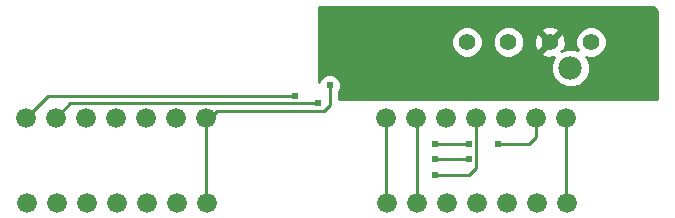
<source format=gbr>
G04 #@! TF.FileFunction,Copper,L1,Top,Signal*
%FSLAX46Y46*%
G04 Gerber Fmt 4.6, Leading zero omitted, Abs format (unit mm)*
G04 Created by KiCad (PCBNEW 4.0.7-e2-6376~58~ubuntu16.04.1) date Sat Feb  3 17:42:28 2018*
%MOMM*%
%LPD*%
G01*
G04 APERTURE LIST*
%ADD10C,0.100000*%
%ADD11C,1.397000*%
%ADD12C,1.981000*%
%ADD13C,1.676400*%
%ADD14C,0.609600*%
%ADD15C,0.254000*%
G04 APERTURE END LIST*
D10*
D11*
X195425000Y-104267000D03*
X198925000Y-104267000D03*
D12*
X197175000Y-106497000D03*
D11*
X191925000Y-104267000D03*
X188425000Y-104267000D03*
D13*
X196799200Y-110700820D03*
X194259200Y-110700820D03*
X191719200Y-110700820D03*
X189181740Y-110700820D03*
X186641740Y-110700820D03*
X184101740Y-110700820D03*
X181561740Y-110700820D03*
X181660800Y-117899180D03*
X184200800Y-117899180D03*
X186740800Y-117899180D03*
X189278260Y-117899180D03*
X191818260Y-117899180D03*
X194358260Y-117899180D03*
X196898260Y-117899180D03*
X166319200Y-110700820D03*
X163779200Y-110700820D03*
X161239200Y-110700820D03*
X158701740Y-110700820D03*
X156161740Y-110700820D03*
X153621740Y-110700820D03*
X151081740Y-110700820D03*
X151180800Y-117899180D03*
X153720800Y-117899180D03*
X156260800Y-117899180D03*
X158798260Y-117899180D03*
X161338260Y-117899180D03*
X163878260Y-117899180D03*
X166418260Y-117899180D03*
D14*
X185801000Y-101727000D03*
X201930000Y-101981000D03*
X178562000Y-105156000D03*
X176784000Y-107950000D03*
X191008000Y-112903000D03*
X188595000Y-112903000D03*
X185674000Y-112928401D03*
X188595000Y-114173000D03*
X185674000Y-114173000D03*
X185674000Y-115570000D03*
X175768000Y-109474000D03*
X173863000Y-108839000D03*
D15*
X176784000Y-107950000D02*
X176784000Y-109601000D01*
X176784000Y-109601000D02*
X176276000Y-110109000D01*
X176276000Y-110109000D02*
X167259000Y-110109000D01*
X167259000Y-110109000D02*
X166667180Y-110700820D01*
X166667180Y-110700820D02*
X166319200Y-110700820D01*
X166319200Y-110700820D02*
X166319200Y-117800120D01*
X166319200Y-117800120D02*
X166418260Y-117899180D01*
X196799200Y-110700820D02*
X196799200Y-117800120D01*
X196799200Y-117800120D02*
X196898260Y-117899180D01*
X193675000Y-112903000D02*
X194259200Y-112318800D01*
X194259200Y-112318800D02*
X194259200Y-110700820D01*
X191008000Y-112903000D02*
X193675000Y-112903000D01*
X185674000Y-112928401D02*
X188569599Y-112928401D01*
X188569599Y-112928401D02*
X188595000Y-112903000D01*
X185674000Y-114173000D02*
X188595000Y-114173000D01*
X188595000Y-115570000D02*
X189181740Y-114983260D01*
X189181740Y-114983260D02*
X189181740Y-110700820D01*
X185674000Y-115570000D02*
X188595000Y-115570000D01*
X184200800Y-117899180D02*
X184200800Y-110799880D01*
X184200800Y-110799880D02*
X184101740Y-110700820D01*
X154848560Y-109474000D02*
X175768000Y-109474000D01*
X153621740Y-110700820D02*
X154848560Y-109474000D01*
X173863000Y-108839000D02*
X152943560Y-108839000D01*
X151081740Y-110700820D02*
X152943560Y-108839000D01*
X181561740Y-110700820D02*
X181561740Y-117800120D01*
X181561740Y-117800120D02*
X181660800Y-117899180D01*
G36*
X204170979Y-101349478D02*
X204348145Y-101467856D01*
X204466521Y-101645019D01*
X204522000Y-101923931D01*
X204522000Y-109093000D01*
X177546000Y-109093000D01*
X177546000Y-108517248D01*
X177580259Y-108483049D01*
X177723637Y-108137758D01*
X177723963Y-107763882D01*
X177581188Y-107418341D01*
X177317049Y-107153741D01*
X176971758Y-107010363D01*
X176597882Y-107010037D01*
X176252341Y-107152812D01*
X175987741Y-107416951D01*
X175895000Y-107640295D01*
X175895000Y-104531086D01*
X187091269Y-104531086D01*
X187293854Y-105021380D01*
X187668647Y-105396827D01*
X188158587Y-105600268D01*
X188689086Y-105600731D01*
X189179380Y-105398146D01*
X189554827Y-105023353D01*
X189758268Y-104533413D01*
X189758270Y-104531086D01*
X190591269Y-104531086D01*
X190793854Y-105021380D01*
X191168647Y-105396827D01*
X191658587Y-105600268D01*
X192189086Y-105600731D01*
X192679380Y-105398146D01*
X192876681Y-105201188D01*
X194670417Y-105201188D01*
X194732071Y-105436800D01*
X195232480Y-105612927D01*
X195762199Y-105584148D01*
X195807382Y-105565433D01*
X195797772Y-105575026D01*
X195549783Y-106172250D01*
X195549219Y-106818913D01*
X195796165Y-107416569D01*
X196253026Y-107874228D01*
X196850250Y-108122217D01*
X197496913Y-108122781D01*
X198094569Y-107875835D01*
X198552228Y-107418974D01*
X198800217Y-106821750D01*
X198800781Y-106175087D01*
X198553835Y-105577431D01*
X198518610Y-105542144D01*
X198658587Y-105600268D01*
X199189086Y-105600731D01*
X199679380Y-105398146D01*
X200054827Y-105023353D01*
X200258268Y-104533413D01*
X200258731Y-104002914D01*
X200056146Y-103512620D01*
X199681353Y-103137173D01*
X199191413Y-102933732D01*
X198660914Y-102933269D01*
X198170620Y-103135854D01*
X197795173Y-103510647D01*
X197591732Y-104000587D01*
X197591269Y-104531086D01*
X197780151Y-104988216D01*
X197499750Y-104871783D01*
X196853087Y-104871219D01*
X196397197Y-105059589D01*
X196359190Y-105021582D01*
X196594800Y-104959929D01*
X196770927Y-104459520D01*
X196742148Y-103929801D01*
X196594800Y-103574071D01*
X196359188Y-103512417D01*
X195604605Y-104267000D01*
X195618748Y-104281143D01*
X195439143Y-104460748D01*
X195425000Y-104446605D01*
X194670417Y-105201188D01*
X192876681Y-105201188D01*
X193054827Y-105023353D01*
X193258268Y-104533413D01*
X193258668Y-104074480D01*
X194079073Y-104074480D01*
X194107852Y-104604199D01*
X194255200Y-104959929D01*
X194490812Y-105021583D01*
X195245395Y-104267000D01*
X194490812Y-103512417D01*
X194255200Y-103574071D01*
X194079073Y-104074480D01*
X193258668Y-104074480D01*
X193258731Y-104002914D01*
X193056146Y-103512620D01*
X192876652Y-103332812D01*
X194670417Y-103332812D01*
X195425000Y-104087395D01*
X196179583Y-103332812D01*
X196117929Y-103097200D01*
X195617520Y-102921073D01*
X195087801Y-102949852D01*
X194732071Y-103097200D01*
X194670417Y-103332812D01*
X192876652Y-103332812D01*
X192681353Y-103137173D01*
X192191413Y-102933732D01*
X191660914Y-102933269D01*
X191170620Y-103135854D01*
X190795173Y-103510647D01*
X190591732Y-104000587D01*
X190591269Y-104531086D01*
X189758270Y-104531086D01*
X189758731Y-104002914D01*
X189556146Y-103512620D01*
X189181353Y-103137173D01*
X188691413Y-102933732D01*
X188160914Y-102933269D01*
X187670620Y-103135854D01*
X187295173Y-103510647D01*
X187091732Y-104000587D01*
X187091269Y-104531086D01*
X175895000Y-104531086D01*
X175895000Y-101294000D01*
X203892070Y-101294000D01*
X204170979Y-101349478D01*
X204170979Y-101349478D01*
G37*
X204170979Y-101349478D02*
X204348145Y-101467856D01*
X204466521Y-101645019D01*
X204522000Y-101923931D01*
X204522000Y-109093000D01*
X177546000Y-109093000D01*
X177546000Y-108517248D01*
X177580259Y-108483049D01*
X177723637Y-108137758D01*
X177723963Y-107763882D01*
X177581188Y-107418341D01*
X177317049Y-107153741D01*
X176971758Y-107010363D01*
X176597882Y-107010037D01*
X176252341Y-107152812D01*
X175987741Y-107416951D01*
X175895000Y-107640295D01*
X175895000Y-104531086D01*
X187091269Y-104531086D01*
X187293854Y-105021380D01*
X187668647Y-105396827D01*
X188158587Y-105600268D01*
X188689086Y-105600731D01*
X189179380Y-105398146D01*
X189554827Y-105023353D01*
X189758268Y-104533413D01*
X189758270Y-104531086D01*
X190591269Y-104531086D01*
X190793854Y-105021380D01*
X191168647Y-105396827D01*
X191658587Y-105600268D01*
X192189086Y-105600731D01*
X192679380Y-105398146D01*
X192876681Y-105201188D01*
X194670417Y-105201188D01*
X194732071Y-105436800D01*
X195232480Y-105612927D01*
X195762199Y-105584148D01*
X195807382Y-105565433D01*
X195797772Y-105575026D01*
X195549783Y-106172250D01*
X195549219Y-106818913D01*
X195796165Y-107416569D01*
X196253026Y-107874228D01*
X196850250Y-108122217D01*
X197496913Y-108122781D01*
X198094569Y-107875835D01*
X198552228Y-107418974D01*
X198800217Y-106821750D01*
X198800781Y-106175087D01*
X198553835Y-105577431D01*
X198518610Y-105542144D01*
X198658587Y-105600268D01*
X199189086Y-105600731D01*
X199679380Y-105398146D01*
X200054827Y-105023353D01*
X200258268Y-104533413D01*
X200258731Y-104002914D01*
X200056146Y-103512620D01*
X199681353Y-103137173D01*
X199191413Y-102933732D01*
X198660914Y-102933269D01*
X198170620Y-103135854D01*
X197795173Y-103510647D01*
X197591732Y-104000587D01*
X197591269Y-104531086D01*
X197780151Y-104988216D01*
X197499750Y-104871783D01*
X196853087Y-104871219D01*
X196397197Y-105059589D01*
X196359190Y-105021582D01*
X196594800Y-104959929D01*
X196770927Y-104459520D01*
X196742148Y-103929801D01*
X196594800Y-103574071D01*
X196359188Y-103512417D01*
X195604605Y-104267000D01*
X195618748Y-104281143D01*
X195439143Y-104460748D01*
X195425000Y-104446605D01*
X194670417Y-105201188D01*
X192876681Y-105201188D01*
X193054827Y-105023353D01*
X193258268Y-104533413D01*
X193258668Y-104074480D01*
X194079073Y-104074480D01*
X194107852Y-104604199D01*
X194255200Y-104959929D01*
X194490812Y-105021583D01*
X195245395Y-104267000D01*
X194490812Y-103512417D01*
X194255200Y-103574071D01*
X194079073Y-104074480D01*
X193258668Y-104074480D01*
X193258731Y-104002914D01*
X193056146Y-103512620D01*
X192876652Y-103332812D01*
X194670417Y-103332812D01*
X195425000Y-104087395D01*
X196179583Y-103332812D01*
X196117929Y-103097200D01*
X195617520Y-102921073D01*
X195087801Y-102949852D01*
X194732071Y-103097200D01*
X194670417Y-103332812D01*
X192876652Y-103332812D01*
X192681353Y-103137173D01*
X192191413Y-102933732D01*
X191660914Y-102933269D01*
X191170620Y-103135854D01*
X190795173Y-103510647D01*
X190591732Y-104000587D01*
X190591269Y-104531086D01*
X189758270Y-104531086D01*
X189758731Y-104002914D01*
X189556146Y-103512620D01*
X189181353Y-103137173D01*
X188691413Y-102933732D01*
X188160914Y-102933269D01*
X187670620Y-103135854D01*
X187295173Y-103510647D01*
X187091732Y-104000587D01*
X187091269Y-104531086D01*
X175895000Y-104531086D01*
X175895000Y-101294000D01*
X203892070Y-101294000D01*
X204170979Y-101349478D01*
M02*

</source>
